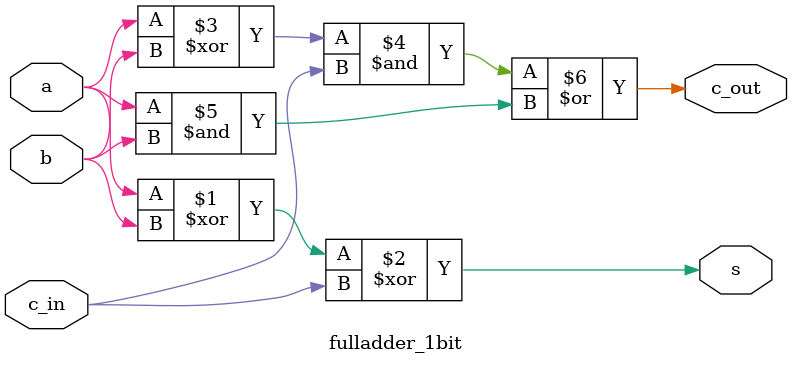
<source format=v>
`timescale 1ns / 1ps
module fulladder_1bit(
	input a, b, c_in,
	output s, c_out
);	
	assign s = a ^ b ^ c_in;
	assign c_out = ((a ^ b) & c_in) | (a & b);
endmodule

</source>
